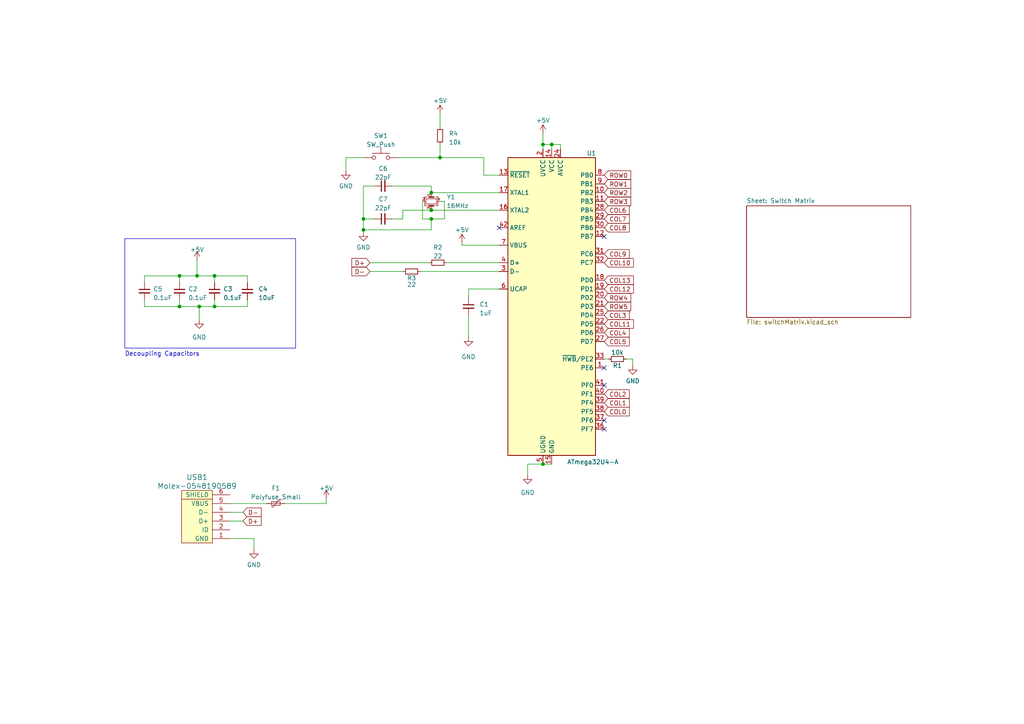
<source format=kicad_sch>
(kicad_sch (version 20230121) (generator eeschema)
  (paper "A4")
  (lib_symbols
    (symbol "Device:C_Small" (pin_numbers hide) (pin_names (offset 0.254) hide)
      (property "Reference" "C" (at 0.254 1.778 0))
      (property "Value" "C_Small" (at 0.254 -2.032 0))
      (symbol "C_Small_0_1"
        (polyline (pts (xy -1.524 -0.508) (xy 1.524 -0.508)) (stroke (width 0.3302)))
        (polyline (pts (xy -1.524 0.508) (xy 1.524 0.508)) (stroke (width 0.3048)))
      )
      (symbol "C_Small_1_1"
        (pin passive line (at 0 2.54 270) (length 2.032) (name "~") (number "1"))
        (pin passive line (at 0 -2.54 90) (length 2.032) (name "~") (number "2"))
      )
    )
    (symbol "Device:Crystal_GND24_Small" (pin_names (offset 1.016) hide)
      (property "Reference" "Y" (at 1.27 4.445 0))
      (property "Value" "Crystal_GND24_Small" (at 1.27 2.54 0))
      (symbol "Crystal_GND24_Small_0_1"
        (rectangle (start -0.762 -1.524) (end 0.762 1.524))
        (polyline (pts (xy -1.27 -0.762) (xy -1.27 0.762)) (stroke (width 0.381)))
        (polyline (pts (xy 1.27 -0.762) (xy 1.27 0.762)) (stroke (width 0.381)))
        (polyline (pts (xy -1.27 -1.27) (xy -1.27 -1.905) (xy 1.27 -1.905) (xy 1.27 -1.27)))
        (polyline (pts (xy -1.27 1.27) (xy -1.27 1.905) (xy 1.27 1.905) (xy 1.27 1.27)))
      )
      (symbol "Crystal_GND24_Small_1_1"
        (pin passive line (at -2.54 0 0) (length 1.27) (name "1") (number "1"))
        (pin passive line (at 0 -2.54 90) (length 0.635) (name "2") (number "2"))
        (pin passive line (at 2.54 0 180) (length 1.27) (name "3") (number "3"))
        (pin passive line (at 0 2.54 270) (length 0.635) (name "4") (number "4"))
      )
    )
    (symbol "Device:Polyfuse_Small" (pin_numbers hide) (pin_names (offset 0))
      (property "Reference" "F" (at -1.905 0 90))
      (property "Value" "Polyfuse_Small" (at 1.905 0 90))
      (symbol "Polyfuse_Small_0_1"
        (rectangle (start -0.508 1.27) (end 0.508 -1.27))
        (polyline (pts (xy 0 2.54) (xy 0 -2.54)))
        (polyline (pts (xy -1.016 1.27) (xy -1.016 0.762) (xy 1.016 -0.762) (xy 1.016 -1.27)))
      )
      (symbol "Polyfuse_Small_1_1"
        (pin passive line (at 0 2.54 270) (length 0.635) (name "~") (number "1"))
        (pin passive line (at 0 -2.54 90) (length 0.635) (name "~") (number "2"))
      )
    )
    (symbol "Device:R_Small" (pin_numbers hide) (pin_names (offset 0.254) hide)
      (property "Reference" "R" (at 0.762 0.508 0))
      (property "Value" "R_Small" (at 0.762 -1.016 0))
      (symbol "R_Small_0_1"
        (rectangle (start -0.762 1.778) (end 0.762 -1.778) (stroke (width 0.2032)))
      )
      (symbol "R_Small_1_1"
        (pin passive line (at 0 2.54 270) (length 0.762) (name "~") (number "1"))
        (pin passive line (at 0 -2.54 90) (length 0.762) (name "~") (number "2"))
      )
    )
    (symbol "MCU_Microchip_ATmega:ATmega32U4-A"
      (property "Reference" "U" (at -12.7 44.45 0))
      (property "Value" "ATmega32U4-A" (at 2.54 -44.45 0))
      (symbol "ATmega32U4-A_0_1"
        (rectangle (start -12.7 -43.18) (end 12.7 43.18) (stroke (width 0.254)) (fill (type background)))
      )
      (symbol "ATmega32U4-A_1_1"
        (pin bidirectional line (at 15.24 -17.78 180) (length 2.54) (name "PE6") (number "1"))
        (pin bidirectional line (at 15.24 33.02 180) (length 2.54) (name "PB2") (number "10"))
        (pin bidirectional line (at 15.24 30.48 180) (length 2.54) (name "PB3") (number "11"))
        (pin bidirectional line (at 15.24 20.32 180) (length 2.54) (name "PB7") (number "12"))
        (pin input line (at -15.24 38.1 0) (length 2.54) (name "~{RESET}") (number "13"))
        (pin power_in line (at 0 45.72 270) (length 2.54) (name "VCC") (number "14"))
        (pin power_in line (at 0 -45.72 90) (length 2.54) (name "GND") (number "15"))
        (pin output line (at -15.24 27.94 0) (length 2.54) (name "XTAL2") (number "16"))
        (pin input line (at -15.24 33.02 0) (length 2.54) (name "XTAL1") (number "17"))
        (pin bidirectional line (at 15.24 7.62 180) (length 2.54) (name "PD0") (number "18"))
        (pin bidirectional line (at 15.24 5.08 180) (length 2.54) (name "PD1") (number "19"))
        (pin power_in line (at -2.54 45.72 270) (length 2.54) (name "UVCC") (number "2"))
        (pin bidirectional line (at 15.24 2.54 180) (length 2.54) (name "PD2") (number "20"))
        (pin bidirectional line (at 15.24 0 180) (length 2.54) (name "PD3") (number "21"))
        (pin bidirectional line (at 15.24 -5.08 180) (length 2.54) (name "PD5") (number "22"))
        (pin passive line (at 0 -45.72 90) (length 2.54) hide (name "GND") (number "23"))
        (pin power_in line (at 2.54 45.72 270) (length 2.54) (name "AVCC") (number "24"))
        (pin bidirectional line (at 15.24 -2.54 180) (length 2.54) (name "PD4") (number "25"))
        (pin bidirectional line (at 15.24 -7.62 180) (length 2.54) (name "PD6") (number "26"))
        (pin bidirectional line (at 15.24 -10.16 180) (length 2.54) (name "PD7") (number "27"))
        (pin bidirectional line (at 15.24 27.94 180) (length 2.54) (name "PB4") (number "28"))
        (pin bidirectional line (at 15.24 25.4 180) (length 2.54) (name "PB5") (number "29"))
        (pin bidirectional line (at -15.24 10.16 0) (length 2.54) (name "D-") (number "3"))
        (pin bidirectional line (at 15.24 22.86 180) (length 2.54) (name "PB6") (number "30"))
        (pin bidirectional line (at 15.24 15.24 180) (length 2.54) (name "PC6") (number "31"))
        (pin bidirectional line (at 15.24 12.7 180) (length 2.54) (name "PC7") (number "32"))
        (pin bidirectional line (at 15.24 -15.24 180) (length 2.54) (name "~{HWB}/PE2") (number "33"))
        (pin passive line (at 0 45.72 270) (length 2.54) hide (name "VCC") (number "34"))
        (pin passive line (at 0 -45.72 90) (length 2.54) hide (name "GND") (number "35"))
        (pin bidirectional line (at 15.24 -35.56 180) (length 2.54) (name "PF7") (number "36"))
        (pin bidirectional line (at 15.24 -33.02 180) (length 2.54) (name "PF6") (number "37"))
        (pin bidirectional line (at 15.24 -30.48 180) (length 2.54) (name "PF5") (number "38"))
        (pin bidirectional line (at 15.24 -27.94 180) (length 2.54) (name "PF4") (number "39"))
        (pin bidirectional line (at -15.24 12.7 0) (length 2.54) (name "D+") (number "4"))
        (pin bidirectional line (at 15.24 -25.4 180) (length 2.54) (name "PF1") (number "40"))
        (pin bidirectional line (at 15.24 -22.86 180) (length 2.54) (name "PF0") (number "41"))
        (pin passive line (at -15.24 22.86 0) (length 2.54) (name "AREF") (number "42"))
        (pin passive line (at 0 -45.72 90) (length 2.54) hide (name "GND") (number "43"))
        (pin passive line (at 2.54 45.72 270) (length 2.54) hide (name "AVCC") (number "44"))
        (pin passive line (at -2.54 -45.72 90) (length 2.54) (name "UGND") (number "5"))
        (pin passive line (at -15.24 5.08 0) (length 2.54) (name "UCAP") (number "6"))
        (pin input line (at -15.24 17.78 0) (length 2.54) (name "VBUS") (number "7"))
        (pin bidirectional line (at 15.24 38.1 180) (length 2.54) (name "PB0") (number "8"))
        (pin bidirectional line (at 15.24 35.56 180) (length 2.54) (name "PB1") (number "9"))
      )
    )
    (symbol "Switch:SW_Push" (pin_numbers hide) (pin_names (offset 1.016) hide)
      (property "Reference" "SW" (at 1.27 2.54 0))
      (property "Value" "SW_Push" (at 0 -1.524 0))
      (symbol "SW_Push_0_1"
        (circle (center -2.032 0) (radius 0.508))
        (polyline (pts (xy 0 1.27) (xy 0 3.048)))
        (polyline (pts (xy 2.54 1.27) (xy -2.54 1.27)))
        (circle (center 2.032 0) (radius 0.508))
        (pin passive line (at -5.08 0 0) (length 2.54) (name "1") (number "1"))
        (pin passive line (at 5.08 0 180) (length 2.54) (name "2") (number "2"))
      )
    )
    (symbol "power:+5V" (power) (pin_names (offset 0))
      (property "Value" "+5V" (at 0 3.556 0))
      (symbol "+5V_0_1"
        (polyline (pts (xy -0.762 1.27) (xy 0 2.54)))
        (polyline (pts (xy 0 0) (xy 0 2.54)))
        (polyline (pts (xy 0 2.54) (xy 0.762 1.27)))
      )
      (symbol "+5V_1_1"
        (pin power_in line (at 0 0 90) (length 0) hide (name "+5V") (number "1"))
      )
    )
    (symbol "power:GND" (power) (pin_names (offset 0))
      (property "Value" "GND" (at 0 -3.81 0))
      (symbol "GND_0_1"
        (polyline (pts (xy 0 0) (xy 0 -1.27) (xy 1.27 -1.27) (xy 0 -2.54) (xy -1.27 -1.27) (xy 0 -1.27)))
      )
      (symbol "GND_1_1"
        (pin power_in line (at 0 0 270) (length 0) hide (name "GND") (number "1"))
      )
    )
    (symbol "random-keyboard-parts:Molex-0548190589" (pin_names (offset 1.016))
      (property "Reference" "USB" (at 0 7.62 0))
      (property "Value" "Molex-0548190589" (at 0 10.16 0))
      (symbol "Molex-0548190589_0_0"
        (polyline (pts (xy 6.35 -2.54) (xy 6.35 6.35)))
        (rectangle (start 8.89 -2.54) (end -6.35 6.35) (fill (type background)))
      )
      (symbol "Molex-0548190589_1_1"
        (pin input line (at -5.08 -7.62 90) (length 5.08) (name "GND") (number "1"))
        (pin input line (at -2.54 -7.62 90) (length 5.08) (name "ID") (number "2"))
        (pin input line (at 0 -7.62 90) (length 5.08) (name "D+") (number "3"))
        (pin input line (at 2.54 -7.62 90) (length 5.08) (name "D-") (number "4"))
        (pin input line (at 5.08 -7.62 90) (length 5.08) (name "VBUS") (number "5"))
        (pin input line (at 7.62 -7.62 90) (length 5.08) (name "SHIELD") (number "6"))
      )
    )
  )
  (junction (at 52.07 80.01))
  (junction (at 62.23 80.01))
  (junction (at 160.02 41.91))
  (junction (at 157.48 134.62))
  (junction (at 57.15 80.01))
  (junction (at 105.41 66.675))
  (junction (at 127.635 45.72))
  (junction (at 62.23 88.9))
  (junction (at 57.785 88.9))
  (junction (at 105.41 63.5))
  (junction (at 125.095 55.88))
  (junction (at 52.07 88.9))
  (junction (at 157.48 41.91))
  (junction (at 125.095 63.5))
  (junction (at 125.095 60.96))
  (no_connect (at 175.26 106.68))
  (no_connect (at 144.78 66.04))
  (no_connect (at 175.26 121.92))
  (no_connect (at 175.26 111.76))
  (no_connect (at 175.26 124.46))
  (no_connect (at 175.26 68.58))
  (wire (pts (xy 162.56 41.91) (xy 162.56 43.18)))
  (wire (pts (xy 113.665 53.975) (xy 125.095 53.975)))
  (wire (pts (xy 183.515 104.14) (xy 183.515 106.045)))
  (wire (pts (xy 133.985 71.12) (xy 144.78 71.12)))
  (wire (pts (xy 108.585 53.975) (xy 105.41 53.975)))
  (wire (pts (xy 57.15 80.01) (xy 62.23 80.01)))
  (wire (pts (xy 116.84 63.5) (xy 116.84 60.96)))
  (wire (pts (xy 52.07 88.9) (xy 57.785 88.9)))
  (wire (pts (xy 82.55 146.05) (xy 94.615 146.05)))
  (wire (pts (xy 125.095 63.5) (xy 122.555 63.5)))
  (wire (pts (xy 66.675 151.13) (xy 70.485 151.13)))
  (wire (pts (xy 66.675 156.21) (xy 73.66 156.21)))
  (wire (pts (xy 122.555 63.5) (xy 122.555 58.42)))
  (wire (pts (xy 160.02 41.91) (xy 162.56 41.91)))
  (wire (pts (xy 129.54 76.2) (xy 144.78 76.2)))
  (wire (pts (xy 66.675 148.59) (xy 70.485 148.59)))
  (wire (pts (xy 125.095 53.975) (xy 125.095 55.88)))
  (wire (pts (xy 125.095 55.88) (xy 144.78 55.88)))
  (wire (pts (xy 62.23 80.01) (xy 71.755 80.01)))
  (wire (pts (xy 125.095 60.96) (xy 144.78 60.96)))
  (wire (pts (xy 121.92 78.74) (xy 144.78 78.74)))
  (wire (pts (xy 128.905 63.5) (xy 125.095 63.5)))
  (wire (pts (xy 52.07 86.995) (xy 52.07 88.9)))
  (wire (pts (xy 160.02 41.91) (xy 160.02 43.18)))
  (wire (pts (xy 105.41 53.975) (xy 105.41 63.5)))
  (wire (pts (xy 127.635 58.42) (xy 128.905 58.42)))
  (wire (pts (xy 41.91 86.995) (xy 41.91 88.9)))
  (wire (pts (xy 127.635 41.91) (xy 127.635 45.72)))
  (wire (pts (xy 116.84 60.96) (xy 125.095 60.96)))
  (wire (pts (xy 113.665 63.5) (xy 116.84 63.5)))
  (wire (pts (xy 105.41 45.72) (xy 100.33 45.72)))
  (wire (pts (xy 125.095 66.675) (xy 125.095 63.5)))
  (wire (pts (xy 73.66 159.385) (xy 73.66 156.21)))
  (wire (pts (xy 135.89 86.36) (xy 135.89 83.82)))
  (wire (pts (xy 105.41 66.675) (xy 125.095 66.675)))
  (wire (pts (xy 62.23 88.9) (xy 71.755 88.9)))
  (wire (pts (xy 100.33 45.72) (xy 100.33 49.53)))
  (wire (pts (xy 52.07 80.01) (xy 52.07 81.915)))
  (wire (pts (xy 153.035 137.795) (xy 153.035 134.62)))
  (wire (pts (xy 66.675 146.05) (xy 77.47 146.05)))
  (wire (pts (xy 62.23 80.01) (xy 62.23 81.915)))
  (wire (pts (xy 57.785 88.9) (xy 62.23 88.9)))
  (wire (pts (xy 127.635 45.72) (xy 140.335 45.72)))
  (wire (pts (xy 127.635 33.02) (xy 127.635 36.83)))
  (wire (pts (xy 135.89 91.44) (xy 135.89 97.79)))
  (wire (pts (xy 71.755 80.01) (xy 71.755 81.915)))
  (wire (pts (xy 94.615 144.78) (xy 94.615 146.05)))
  (wire (pts (xy 157.48 38.735) (xy 157.48 41.91)))
  (wire (pts (xy 153.035 134.62) (xy 157.48 134.62)))
  (wire (pts (xy 157.48 134.62) (xy 160.02 134.62)))
  (wire (pts (xy 133.985 70.485) (xy 133.985 71.12)))
  (wire (pts (xy 144.78 50.8) (xy 140.335 50.8)))
  (wire (pts (xy 41.91 88.9) (xy 52.07 88.9)))
  (wire (pts (xy 105.41 63.5) (xy 105.41 66.675)))
  (wire (pts (xy 107.315 78.74) (xy 116.84 78.74)))
  (wire (pts (xy 175.26 104.14) (xy 176.53 104.14)))
  (wire (pts (xy 71.755 88.9) (xy 71.755 86.995)))
  (wire (pts (xy 157.48 41.91) (xy 157.48 43.18)))
  (wire (pts (xy 57.15 75.565) (xy 57.15 80.01)))
  (wire (pts (xy 181.61 104.14) (xy 183.515 104.14)))
  (wire (pts (xy 157.48 41.91) (xy 160.02 41.91)))
  (wire (pts (xy 52.07 80.01) (xy 57.15 80.01)))
  (wire (pts (xy 105.41 66.675) (xy 105.41 67.31)))
  (wire (pts (xy 41.91 81.915) (xy 41.91 80.01)))
  (wire (pts (xy 135.89 83.82) (xy 144.78 83.82)))
  (wire (pts (xy 140.335 50.8) (xy 140.335 45.72)))
  (wire (pts (xy 105.41 63.5) (xy 108.585 63.5)))
  (wire (pts (xy 57.785 88.9) (xy 57.785 92.71)))
  (wire (pts (xy 128.905 58.42) (xy 128.905 63.5)))
  (wire (pts (xy 115.57 45.72) (xy 127.635 45.72)))
  (wire (pts (xy 41.91 80.01) (xy 52.07 80.01)))
  (wire (pts (xy 62.23 86.995) (xy 62.23 88.9)))
  (wire (pts (xy 107.315 76.2) (xy 124.46 76.2)))
  (rectangle (start 36.195 69.215) (end 85.725 100.965))
  (text "Decoupling Capacitors\n" (at 36.195 103.505 0) (effects (font (size 1.27 1.27)) (justify left bottom)))
  (global_label "COL4" (shape input) (at 175.26 96.52 0) (property "Intersheetrefs" "${INTERSHEET_REFS}" (effects hide)))
  (global_label "COL0" (shape input) (at 175.26 119.38 0) (property "Intersheetrefs" "${INTERSHEET_REFS}" (effects hide)))
  (global_label "COL8" (shape input) (at 175.26 66.04 0) (property "Intersheetrefs" "${INTERSHEET_REFS}" (effects hide)))
  (global_label "COL10" (shape input) (at 175.26 76.2 0) (property "Intersheetrefs" "${INTERSHEET_REFS}" (effects hide)))
  (global_label "D+" (shape input) (at 70.485 151.13 0) (property "Intersheetrefs" "${INTERSHEET_REFS}" (effects hide)))
  (global_label "COL12" (shape input) (at 175.26 83.82 0) (property "Intersheetrefs" "${INTERSHEET_REFS}" (effects hide)))
  (global_label "COL5" (shape input) (at 175.26 99.06 0) (property "Intersheetrefs" "${INTERSHEET_REFS}" (effects hide)))
  (global_label "D-" (shape input) (at 70.485 148.59 0) (property "Intersheetrefs" "${INTERSHEET_REFS}" (effects hide)))
  (global_label "ROW0" (shape input) (at 175.26 50.8 0) (property "Intersheetrefs" "${INTERSHEET_REFS}" (effects hide)))
  (global_label "COL7" (shape input) (at 175.26 63.5 0) (property "Intersheetrefs" "${INTERSHEET_REFS}" (effects hide)))
  (global_label "ROW2" (shape input) (at 175.26 55.88 0) (property "Intersheetrefs" "${INTERSHEET_REFS}" (effects hide)))
  (global_label "ROW4" (shape input) (at 175.26 86.36 0) (property "Intersheetrefs" "${INTERSHEET_REFS}" (effects hide)))
  (global_label "COL13" (shape input) (at 175.26 81.28 0) (property "Intersheetrefs" "${INTERSHEET_REFS}" (effects hide)))
  (global_label "COL1" (shape input) (at 175.26 116.84 0) (property "Intersheetrefs" "${INTERSHEET_REFS}" (effects hide)))
  (global_label "COL9" (shape input) (at 175.26 73.66 0) (property "Intersheetrefs" "${INTERSHEET_REFS}" (effects hide)))
  (global_label "COL3" (shape input) (at 175.26 91.44 0) (property "Intersheetrefs" "${INTERSHEET_REFS}" (effects hide)))
  (global_label "D+" (shape input) (at 107.315 76.2 180) (property "Intersheetrefs" "${INTERSHEET_REFS}" (effects hide)))
  (global_label "COL2" (shape input) (at 175.26 114.3 0) (property "Intersheetrefs" "${INTERSHEET_REFS}" (effects hide)))
  (global_label "ROW1" (shape input) (at 175.26 53.34 0) (property "Intersheetrefs" "${INTERSHEET_REFS}" (effects hide)))
  (global_label "ROW5" (shape input) (at 175.26 88.9 0) (property "Intersheetrefs" "${INTERSHEET_REFS}" (effects hide)))
  (global_label "COL6" (shape input) (at 175.26 60.96 0) (property "Intersheetrefs" "${INTERSHEET_REFS}" (effects hide)))
  (global_label "COL11" (shape input) (at 175.26 93.98 0) (property "Intersheetrefs" "${INTERSHEET_REFS}" (effects hide)))
  (global_label "ROW3" (shape input) (at 175.26 58.42 0) (property "Intersheetrefs" "${INTERSHEET_REFS}" (effects hide)))
  (global_label "D-" (shape input) (at 107.315 78.74 180) (property "Intersheetrefs" "${INTERSHEET_REFS}" (effects hide)))
  (symbol (lib_id "power:+5V") (at 127.635 33.02 0) (unit 1)
    (property "Reference" "#PWR010" (effects hide))
    (property "Value" "+5V" (at 127.635 29.21 0))
  )
  (symbol (lib_id "power:GND") (at 57.785 92.71 0) (unit 1)
    (property "Reference" "#PWR06" (effects hide))
    (property "Value" "GND" (at 57.785 97.79 0))
  )
  (symbol (lib_id "power:+5V") (at 94.615 144.78 0) (unit 1)
    (property "Reference" "#PWR011" (effects hide))
    (property "Value" "+5V" (at 94.615 141.605 0))
  )
  (symbol (lib_id "power:GND") (at 73.66 159.385 0) (unit 1)
    (property "Reference" "#PWR012" (effects hide))
    (property "Value" "GND" (at 73.66 163.83 0))
  )
  (symbol (lib_id "Device:C_Small") (at 71.755 84.455 0) (unit 1)
    (property "Reference" "C4" (at 74.93 83.8263 0) (effects (justify left)))
    (property "Value" "10uF" (at 74.93 86.3663 0) (effects (justify left)))
    (property "Footprint" "Capacitor_SMD:C_0805_2012Metric" (effects hide))
  )
  (symbol (lib_id "random-keyboard-parts:Molex-0548190589") (at 59.055 151.13 90) (unit 1)
    (property "Reference" "USB1" (at 57.15 138.43 90) (effects (font (size 1.524 1.524))))
    (property "Value" "Molex-0548190589" (at 57.15 140.97 90) (effects (font (size 1.524 1.524))))
    (property "Footprint" "random-keyboard-parts:Molex-0548190589" (effects hide))
  )
  (symbol (lib_id "Device:C_Small") (at 111.125 53.975 90) (unit 1)
    (property "Reference" "C6" (at 111.1313 48.895 90))
    (property "Value" "22pF" (at 111.1313 51.435 90))
    (property "Footprint" "Capacitor_SMD:C_0805_2012Metric" (effects hide))
  )
  (symbol (lib_id "power:GND") (at 153.035 137.795 0) (unit 1)
    (property "Reference" "#PWR02" (effects hide))
    (property "Value" "GND" (at 153.035 142.875 0))
  )
  (symbol (lib_id "power:+5V") (at 133.985 70.485 0) (unit 1)
    (property "Reference" "#PWR07" (effects hide))
    (property "Value" "+5V" (at 133.985 66.675 0))
  )
  (symbol (lib_id "Switch:SW_Push") (at 110.49 45.72 0) (unit 1)
    (property "Reference" "SW1" (at 110.49 39.37 0))
    (property "Value" "SW_Push" (at 110.49 41.91 0))
    (property "Footprint" "random-keyboard-parts:SKQG-1155865" (effects hide))
  )
  (symbol (lib_id "Device:C_Small") (at 135.89 88.9 0) (unit 1)
    (property "Reference" "C1" (at 139.065 88.2713 0) (effects (justify left)))
    (property "Value" "1uF" (at 139.065 90.8113 0) (effects (justify left)))
    (property "Footprint" "Capacitor_SMD:C_0805_2012Metric" (effects hide))
  )
  (symbol (lib_id "power:GND") (at 105.41 67.31 0) (unit 1)
    (property "Reference" "#PWR08" (effects hide))
    (property "Value" "GND" (at 105.41 71.755 0))
  )
  (symbol (lib_id "Device:C_Small") (at 41.91 84.455 0) (unit 1)
    (property "Reference" "C5" (at 44.45 83.8263 0) (effects (justify left)))
    (property "Value" "0.1uF" (at 44.45 86.3663 0) (effects (justify left)))
    (property "Footprint" "Capacitor_SMD:C_0805_2012Metric" (effects hide))
  )
  (symbol (lib_id "Device:C_Small") (at 111.125 63.5 90) (unit 1)
    (property "Reference" "C7" (at 111.1313 57.785 90))
    (property "Value" "22pF" (at 111.1313 60.325 90))
    (property "Footprint" "Capacitor_SMD:C_0805_2012Metric" (effects hide))
  )
  (symbol (lib_id "power:GND") (at 100.33 49.53 0) (unit 1)
    (property "Reference" "#PWR09" (effects hide))
    (property "Value" "GND" (at 100.33 53.975 0))
  )
  (symbol (lib_id "Device:R_Small") (at 179.07 104.14 90) (unit 1)
    (property "Reference" "R1" (at 179.07 106.045 90))
    (property "Value" "10k" (at 179.07 102.235 90))
    (property "Footprint" "Resistor_SMD:R_0805_2012Metric" (effects hide))
  )
  (symbol (lib_id "power:GND") (at 183.515 106.045 0) (unit 1)
    (property "Reference" "#PWR03" (effects hide))
    (property "Value" "GND" (at 183.515 110.49 0))
  )
  (symbol (lib_id "Device:Crystal_GND24_Small") (at 125.095 58.42 270) (unit 1)
    (property "Reference" "Y1" (at 130.81 57.15 90))
    (property "Value" "16MHz" (at 132.715 59.69 90))
    (property "Footprint" "Crystal:Crystal_SMD_3225-4Pin_3.2x2.5mm" (effects hide))
  )
  (symbol (lib_id "MCU_Microchip_ATmega:ATmega32U4-A") (at 160.02 88.9 0) (unit 1)
    (property "Reference" "U1" (at 170.18 44.45 0) (effects (justify left)))
    (property "Value" "ATmega32U4-A" (at 164.465 133.985 0) (effects (justify left)))
    (property "Footprint" "Package_QFP:TQFP-44_10x10mm_P0.8mm" (effects hide))
    (property "Datasheet" "http://ww1.microchip.com/downloads/en/DeviceDoc/Atmel-7766-8-bit-AVR-ATmega16U4-32U4_Datasheet.pdf" (effects hide))
  )
  (symbol (lib_id "Device:R_Small") (at 127 76.2 90) (unit 1)
    (property "Reference" "R2" (at 127 71.755 90))
    (property "Value" "22" (at 127 74.295 90))
    (property "Footprint" "Resistor_SMD:R_0805_2012Metric" (effects hide))
  )
  (symbol (lib_id "Device:R_Small") (at 119.38 78.74 90) (unit 1)
    (property "Reference" "R3" (at 119.38 80.645 90))
    (property "Value" "22" (at 119.38 82.55 90))
    (property "Footprint" "Resistor_SMD:R_0805_2012Metric" (effects hide))
  )
  (symbol (lib_id "Device:R_Small") (at 127.635 39.37 0) (unit 1)
    (property "Reference" "R4" (at 130.175 38.735 0) (effects (justify left)))
    (property "Value" "10k" (at 130.175 41.275 0) (effects (justify left)))
    (property "Footprint" "Resistor_SMD:R_0805_2012Metric" (effects hide))
  )
  (symbol (lib_id "Device:Polyfuse_Small") (at 80.01 146.05 90) (unit 1)
    (property "Reference" "F1" (at 80.01 141.605 90))
    (property "Value" "Polyfuse_Small" (at 80.01 144.145 90))
    (property "Footprint" "Fuse:Fuse_1206_3216Metric" (effects hide))
  )
  (symbol (lib_id "Device:C_Small") (at 52.07 84.455 0) (unit 1)
    (property "Reference" "C2" (at 54.61 83.8263 0) (effects (justify left)))
    (property "Value" "0.1uF" (at 54.61 86.3663 0) (effects (justify left)))
    (property "Footprint" "Capacitor_SMD:C_0805_2012Metric" (effects hide))
  )
  (symbol (lib_id "power:+5V") (at 57.15 75.565 0) (unit 1)
    (property "Reference" "#PWR05" (effects hide))
    (property "Value" "+5V" (at 57.15 72.39 0))
  )
  (symbol (lib_id "Device:C_Small") (at 62.23 84.455 0) (unit 1)
    (property "Reference" "C3" (at 64.77 83.8263 0) (effects (justify left)))
    (property "Value" "0.1uF" (at 64.77 86.3663 0) (effects (justify left)))
    (property "Footprint" "Capacitor_SMD:C_0805_2012Metric" (effects hide))
  )
  (symbol (lib_id "power:+5V") (at 157.48 38.735 0) (unit 1)
    (property "Reference" "#PWR01" (effects hide))
    (property "Value" "+5V" (at 157.48 34.925 0))
  )
  (symbol (lib_id "power:GND") (at 135.89 97.79 0) (unit 1)
    (property "Reference" "#PWR04" (effects hide))
    (property "Value" "GND" (at 135.89 103.505 0))
  )
  (sheet (at 216.535 59.69) (size 47.625 32.385) (stroke (width 0.1524))
    (property "Sheetname" "Sheet: Switch Matrix" (at 216.535 58.9784 0) (effects (justify left bottom)))
    (property "Sheetfile" "switchMatrix.kicad_sch" (at 216.535 92.6596 0) (effects (justify left top)))
  )
)
</source>
